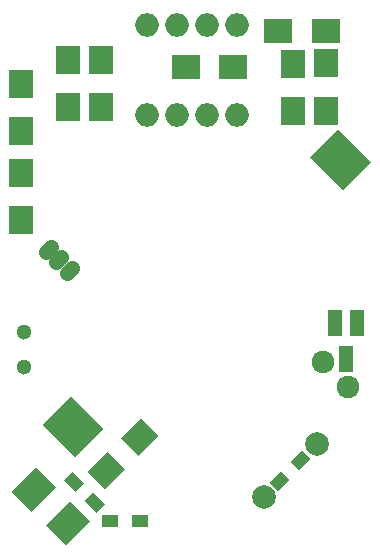
<source format=gbs>
G04 #@! TF.FileFunction,Soldermask,Bot*
%FSLAX46Y46*%
G04 Gerber Fmt 4.6, Leading zero omitted, Abs format (unit mm)*
G04 Created by KiCad (PCBNEW (2015-11-17 BZR 6321)-product) date Thu 03 Dec 2015 10:29:56 PM EST*
%MOMM*%
G01*
G04 APERTURE LIST*
%ADD10C,0.100000*%
%ADD11R,2.400000X2.000000*%
%ADD12R,1.400000X1.000000*%
%ADD13O,2.000000X2.000000*%
%ADD14R,1.200100X2.200860*%
%ADD15R,2.100000X2.400000*%
%ADD16C,1.924000*%
%ADD17C,2.000200*%
%ADD18C,1.300000*%
%ADD19C,1.299160*%
G04 APERTURE END LIST*
D10*
G36*
X80763069Y-104594648D02*
X78005352Y-101836931D01*
X80409515Y-99432768D01*
X83167232Y-102190485D01*
X80763069Y-104594648D01*
X80763069Y-104594648D01*
G37*
G36*
X103036931Y-76805352D02*
X105794648Y-79563069D01*
X103390485Y-81967232D01*
X100632768Y-79209515D01*
X103036931Y-76805352D01*
X103036931Y-76805352D01*
G37*
D11*
X97950000Y-68500000D03*
X101950000Y-68500000D03*
D10*
G36*
X75411953Y-107512563D02*
X77462563Y-105461953D01*
X79159619Y-107159009D01*
X77109009Y-109209619D01*
X75411953Y-107512563D01*
X75411953Y-107512563D01*
G37*
G36*
X78240381Y-110340991D02*
X80290991Y-108290381D01*
X81988047Y-109987437D01*
X79937437Y-112038047D01*
X78240381Y-110340991D01*
X78240381Y-110340991D01*
G37*
D11*
X94125000Y-71600000D03*
X90125000Y-71600000D03*
D10*
G36*
X97921160Y-107485947D02*
X97214053Y-106778840D01*
X98204002Y-105788891D01*
X98911109Y-106495998D01*
X97921160Y-107485947D01*
X97921160Y-107485947D01*
G37*
G36*
X99695998Y-105711109D02*
X98988891Y-105004002D01*
X99978840Y-104014053D01*
X100685947Y-104721160D01*
X99695998Y-105711109D01*
X99695998Y-105711109D01*
G37*
G36*
X83263366Y-108574659D02*
X82556259Y-109281766D01*
X81566310Y-108291817D01*
X82273417Y-107584710D01*
X83263366Y-108574659D01*
X83263366Y-108574659D01*
G37*
G36*
X81488528Y-106799821D02*
X80781421Y-107506928D01*
X79791472Y-106516979D01*
X80498579Y-105809872D01*
X81488528Y-106799821D01*
X81488528Y-106799821D01*
G37*
D12*
X86205000Y-110000000D03*
X83695000Y-110000000D03*
D13*
X94450000Y-68000000D03*
X91910000Y-68000000D03*
X89370000Y-68000000D03*
X86830000Y-68000000D03*
X86830000Y-75620000D03*
X89370000Y-75620000D03*
X91910000Y-75620000D03*
X94450000Y-75620000D03*
D14*
X102750000Y-93247720D03*
X104650000Y-93247720D03*
X103700000Y-96250000D03*
D15*
X99150000Y-71300000D03*
X99150000Y-75300000D03*
X76200000Y-77000000D03*
X76200000Y-73000000D03*
X101950000Y-75250000D03*
X101950000Y-71250000D03*
X82950000Y-74978608D03*
X82950000Y-70978608D03*
X80104678Y-74978608D03*
X80104678Y-70978608D03*
D16*
X101700000Y-96500000D03*
X103821320Y-98621320D03*
D15*
X76200000Y-80500000D03*
X76200000Y-84500000D03*
D10*
G36*
X86306066Y-101309010D02*
X87790990Y-102793934D01*
X86093934Y-104490990D01*
X84609010Y-103006066D01*
X86306066Y-101309010D01*
X86306066Y-101309010D01*
G37*
G36*
X83477638Y-104137438D02*
X84962562Y-105622362D01*
X83265506Y-107319418D01*
X81780582Y-105834494D01*
X83477638Y-104137438D01*
X83477638Y-104137438D01*
G37*
D17*
X96709872Y-107990128D03*
X101200000Y-103500000D03*
D18*
X76375000Y-94000000D03*
X76375000Y-97000000D03*
D19*
X79560857Y-87685193D02*
X79135193Y-88110857D01*
X78662832Y-86787168D02*
X78237168Y-87212832D01*
X80458883Y-88583219D02*
X80033219Y-89008883D01*
M02*

</source>
